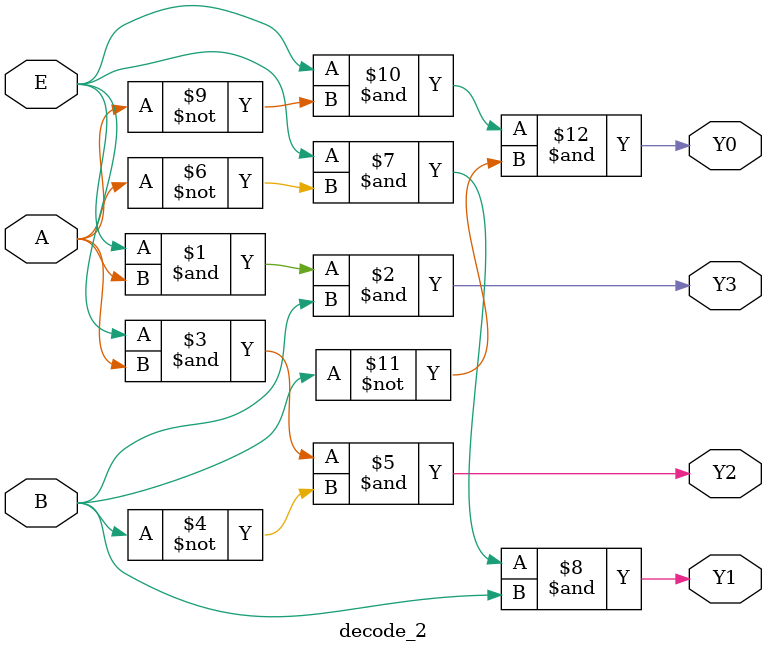
<source format=v>
module decode_2(E,A,B,Y3,Y2,Y1,Y0);
  input E,A,B;
  output Y3,Y2,Y1,Y0;
  assign Y3=E&A&B;
  assign Y2=E&A&~B;
  assign Y1=E&~A&B;
  assign Y0=E&~A&~B;
endmodule

</source>
